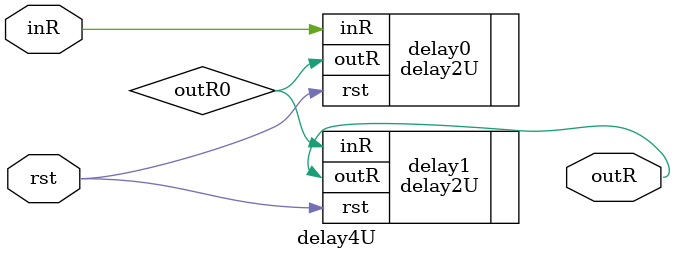
<source format=v>
`timescale 1ns / 1ps


(*dont_touch = "true"*)module delay4U(
    inR, outR,rst
    );
    (*KEEP="TRUE"*)(*dont_touch = "yes"*)(*OPTIMIZE="OFF"*)input inR;
    (*KEEP="TRUE"*)(*dont_touch = "yes"*)(*OPTIMIZE="OFF"*)input rst;
    (*KEEP="TRUE"*)(*dont_touch = "yes"*)(*OPTIMIZE="OFF"*)output outR;
    
    (*KEEP="TRUE"*)(*dont_touch = "yes"*)(*OPTIMIZE="OFF"*)wire outR0;
    (*KEEP="TRUE"*)(*dont_touch = "yes"*)(*OPTIMIZE="OFF"*)delay2U delay0(.inR(inR), .outR(outR0),.rst(rst));
    (*KEEP="TRUE"*)(*dont_touch = "yes"*)(*OPTIMIZE="OFF"*)delay2U delay1(.inR(outR0), .outR(outR),.rst(rst));
    
endmodule

</source>
